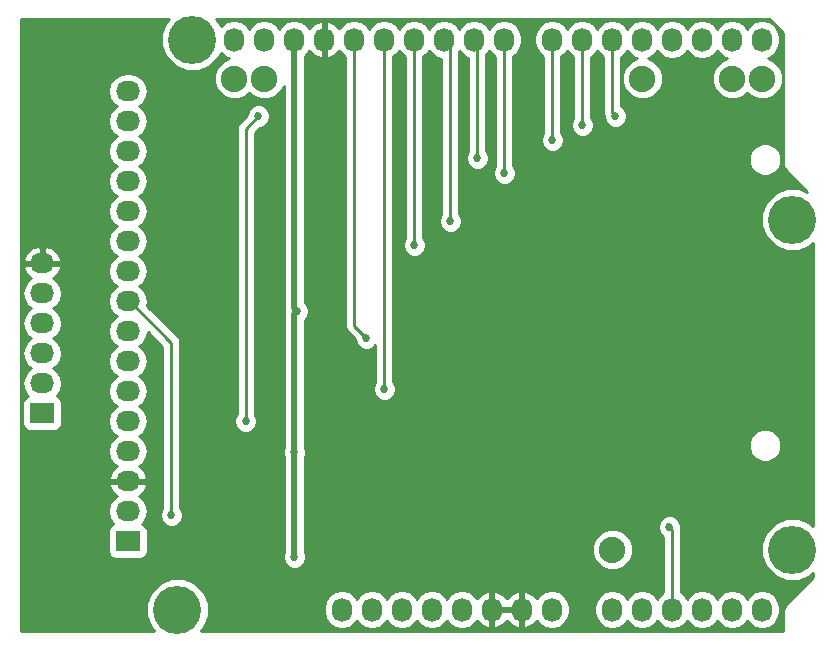
<source format=gbl>
G04 #@! TF.FileFunction,Copper,L2,Bot,Signal*
%FSLAX46Y46*%
G04 Gerber Fmt 4.6, Leading zero omitted, Abs format (unit mm)*
G04 Created by KiCad (PCBNEW 4.0.1-3.201512221402+6198~38~ubuntu14.04.1-stable) date Tue 03 May 2016 12:22:43 PM PDT*
%MOMM*%
G01*
G04 APERTURE LIST*
%ADD10C,0.100000*%
%ADD11O,1.727200X2.032000*%
%ADD12C,1.727200*%
%ADD13C,4.064000*%
%ADD14R,2.032000X1.727200*%
%ADD15O,2.032000X1.727200*%
%ADD16C,2.235200*%
%ADD17C,0.685800*%
%ADD18C,0.508000*%
%ADD19C,0.254000*%
G04 APERTURE END LIST*
D10*
D11*
X138887200Y-123825000D03*
X141427200Y-123825000D03*
X143967200Y-123825000D03*
X146507200Y-123825000D03*
X149047200Y-123825000D03*
X151587200Y-123825000D03*
X154127200Y-123825000D03*
X156667200Y-123825000D03*
X161772600Y-123825000D03*
X164312600Y-123825000D03*
X166852600Y-123825000D03*
X174472600Y-123825000D03*
X171932600Y-123825000D03*
X169392600Y-123825000D03*
X171932600Y-75565000D03*
X174472600Y-75565000D03*
X161772600Y-75565000D03*
X164312600Y-75565000D03*
X159232600Y-75565000D03*
X156692600Y-75565000D03*
X166852600Y-75565000D03*
X169392600Y-75565000D03*
X139928600Y-75565000D03*
X142468600Y-75565000D03*
X145008600Y-75565000D03*
X152628600Y-75565000D03*
X150088600Y-75565000D03*
X147548600Y-75565000D03*
X134848600Y-75565000D03*
X137388600Y-75565000D03*
X129768600Y-75565000D03*
X132308600Y-75565000D03*
D12*
X126187200Y-75615800D03*
D13*
X124968000Y-123825000D03*
X177038000Y-118745000D03*
X126238000Y-75565000D03*
X177038000Y-90805000D03*
D14*
X120777000Y-118033800D03*
D15*
X120777000Y-115493800D03*
X120777000Y-112953800D03*
X120777000Y-110413800D03*
X120777000Y-107873800D03*
X120777000Y-105333800D03*
X120777000Y-102793800D03*
X120777000Y-100253800D03*
X120777000Y-97713800D03*
X120777000Y-95173800D03*
X120777000Y-92633800D03*
X120777000Y-90093800D03*
X120777000Y-87553800D03*
X120777000Y-85013800D03*
X120777000Y-82473800D03*
X120777000Y-79933800D03*
D14*
X113512600Y-107213400D03*
D15*
X113512600Y-104673400D03*
X113512600Y-102133400D03*
X113512600Y-99593400D03*
X113512600Y-97053400D03*
X113512600Y-94513400D03*
D16*
X174498000Y-78867000D03*
X161798000Y-118745000D03*
X171958000Y-78867000D03*
X132334000Y-78867000D03*
X164338000Y-78867000D03*
X129794000Y-78867000D03*
D17*
X134874000Y-119380000D03*
X134874000Y-110490000D03*
X135128000Y-98552000D03*
X148082000Y-90932000D03*
X145034000Y-92964000D03*
X140970000Y-100838000D03*
X142494000Y-105156000D03*
X162052000Y-82042000D03*
X131826000Y-82042000D03*
X130733800Y-107873800D03*
X166624000Y-116840000D03*
X152654000Y-86868000D03*
X124460000Y-115824000D03*
X150368000Y-85598000D03*
X156718000Y-84074000D03*
X159258000Y-82804000D03*
D18*
X134874000Y-110974933D02*
X134874000Y-119380000D01*
X134874000Y-110490000D02*
X134874000Y-110974933D01*
X134874000Y-110490000D02*
X134874000Y-98806000D01*
X134874000Y-98806000D02*
X135128000Y-98552000D01*
X134848600Y-75565000D02*
X134848600Y-98272600D01*
X134848600Y-98272600D02*
X135128000Y-98552000D01*
D19*
X148082000Y-90932000D02*
X148082000Y-76098400D01*
X148082000Y-76098400D02*
X147548600Y-75565000D01*
X145034000Y-76860400D02*
X145034000Y-92964000D01*
X145008600Y-75565000D02*
X145008600Y-76835000D01*
X145008600Y-76835000D02*
X145034000Y-76860400D01*
X140970000Y-100838000D02*
X139928600Y-99796600D01*
X139928600Y-99796600D02*
X139928600Y-75565000D01*
X142494000Y-105156000D02*
X142494000Y-75590400D01*
X142494000Y-75590400D02*
X142468600Y-75565000D01*
X161772600Y-75565000D02*
X161772600Y-81762600D01*
X161772600Y-81762600D02*
X162052000Y-82042000D01*
X130733800Y-83134200D02*
X131826000Y-82042000D01*
X130733800Y-107873800D02*
X130733800Y-83134200D01*
X166852600Y-123825000D02*
X166852600Y-117068600D01*
X166852600Y-117068600D02*
X166624000Y-116840000D01*
X152654000Y-86868000D02*
X152654000Y-75590400D01*
X152654000Y-75590400D02*
X152628600Y-75565000D01*
X124460000Y-115824000D02*
X124460000Y-101244400D01*
X124460000Y-101244400D02*
X120929400Y-97713800D01*
X120929400Y-97713800D02*
X120777000Y-97713800D01*
X150368000Y-85598000D02*
X150368000Y-75844400D01*
X150368000Y-75844400D02*
X150088600Y-75565000D01*
X156718000Y-84074000D02*
X156718000Y-75590400D01*
X156718000Y-75590400D02*
X156692600Y-75565000D01*
X159232600Y-75565000D02*
X159232600Y-82778600D01*
X159232600Y-82778600D02*
X159258000Y-82804000D01*
G36*
X123978345Y-74052293D02*
X123571464Y-75032173D01*
X123570538Y-76093172D01*
X123975709Y-77073761D01*
X124725293Y-77824655D01*
X125705173Y-78231536D01*
X126766172Y-78232462D01*
X127746761Y-77827291D01*
X128497655Y-77077707D01*
X128647336Y-76717234D01*
X128708930Y-76809415D01*
X129195111Y-77134271D01*
X129332130Y-77161526D01*
X128802529Y-77380352D01*
X128309085Y-77872936D01*
X128041705Y-78516857D01*
X128041097Y-79214084D01*
X128307352Y-79858471D01*
X128799936Y-80351915D01*
X129443857Y-80619295D01*
X130141084Y-80619903D01*
X130785471Y-80353648D01*
X131064054Y-80075551D01*
X131339936Y-80351915D01*
X131983857Y-80619295D01*
X132681084Y-80619903D01*
X133325471Y-80353648D01*
X133818915Y-79861064D01*
X133959600Y-79522258D01*
X133959600Y-98272600D01*
X134025350Y-98603147D01*
X133985000Y-98806000D01*
X133985000Y-110080945D01*
X133896270Y-110294630D01*
X133895931Y-110683663D01*
X133985000Y-110899227D01*
X133985000Y-118970945D01*
X133896270Y-119184630D01*
X133895931Y-119573663D01*
X134044493Y-119933212D01*
X134319341Y-120208540D01*
X134678630Y-120357730D01*
X135067663Y-120358069D01*
X135427212Y-120209507D01*
X135702540Y-119934659D01*
X135851730Y-119575370D01*
X135852069Y-119186337D01*
X135813125Y-119092084D01*
X160045097Y-119092084D01*
X160311352Y-119736471D01*
X160803936Y-120229915D01*
X161447857Y-120497295D01*
X162145084Y-120497903D01*
X162789471Y-120231648D01*
X163282915Y-119739064D01*
X163550295Y-119095143D01*
X163550903Y-118397916D01*
X163284648Y-117753529D01*
X162792064Y-117260085D01*
X162148143Y-116992705D01*
X161450916Y-116992097D01*
X160806529Y-117258352D01*
X160313085Y-117750936D01*
X160045705Y-118394857D01*
X160045097Y-119092084D01*
X135813125Y-119092084D01*
X135763000Y-118970773D01*
X135763000Y-110899055D01*
X135851730Y-110685370D01*
X135852069Y-110296337D01*
X135807671Y-110188885D01*
X173333560Y-110188885D01*
X173543969Y-110698115D01*
X173933236Y-111088061D01*
X174442098Y-111299359D01*
X174993085Y-111299840D01*
X175502315Y-111089431D01*
X175892261Y-110700164D01*
X176103559Y-110191302D01*
X176104040Y-109640315D01*
X175893631Y-109131085D01*
X175504364Y-108741139D01*
X174995502Y-108529841D01*
X174444515Y-108529360D01*
X173935285Y-108739769D01*
X173545339Y-109129036D01*
X173334041Y-109637898D01*
X173333560Y-110188885D01*
X135807671Y-110188885D01*
X135763000Y-110080773D01*
X135763000Y-99299862D01*
X135956540Y-99106659D01*
X136105730Y-98747370D01*
X136106069Y-98358337D01*
X135957507Y-97998788D01*
X135737600Y-97778497D01*
X135737600Y-76923453D01*
X135908270Y-76809415D01*
X136115061Y-76499931D01*
X136486564Y-76915732D01*
X137013809Y-77169709D01*
X137029574Y-77172358D01*
X137261600Y-77051217D01*
X137261600Y-75692000D01*
X137241600Y-75692000D01*
X137241600Y-75438000D01*
X137261600Y-75438000D01*
X137261600Y-74078783D01*
X137515600Y-74078783D01*
X137515600Y-75438000D01*
X137535600Y-75438000D01*
X137535600Y-75692000D01*
X137515600Y-75692000D01*
X137515600Y-77051217D01*
X137747626Y-77172358D01*
X137763391Y-77169709D01*
X138290636Y-76915732D01*
X138662139Y-76499931D01*
X138868930Y-76809415D01*
X139166600Y-77008312D01*
X139166600Y-99796600D01*
X139224604Y-100088205D01*
X139354990Y-100283341D01*
X139389785Y-100335415D01*
X139992013Y-100937643D01*
X139991931Y-101031663D01*
X140140493Y-101391212D01*
X140415341Y-101666540D01*
X140774630Y-101815730D01*
X141163663Y-101816069D01*
X141523212Y-101667507D01*
X141732000Y-101459083D01*
X141732000Y-104534917D01*
X141665460Y-104601341D01*
X141516270Y-104960630D01*
X141515931Y-105349663D01*
X141664493Y-105709212D01*
X141939341Y-105984540D01*
X142298630Y-106133730D01*
X142687663Y-106134069D01*
X143047212Y-105985507D01*
X143322540Y-105710659D01*
X143471730Y-105351370D01*
X143472069Y-104962337D01*
X143323507Y-104602788D01*
X143256000Y-104535163D01*
X143256000Y-76991340D01*
X143528270Y-76809415D01*
X143738600Y-76494634D01*
X143948930Y-76809415D01*
X144272000Y-77025284D01*
X144272000Y-92342917D01*
X144205460Y-92409341D01*
X144056270Y-92768630D01*
X144055931Y-93157663D01*
X144204493Y-93517212D01*
X144479341Y-93792540D01*
X144838630Y-93941730D01*
X145227663Y-93942069D01*
X145587212Y-93793507D01*
X145862540Y-93518659D01*
X146011730Y-93159370D01*
X146012069Y-92770337D01*
X145863507Y-92410788D01*
X145796000Y-92343163D01*
X145796000Y-76991340D01*
X146068270Y-76809415D01*
X146278600Y-76494634D01*
X146488930Y-76809415D01*
X146975111Y-77134271D01*
X147320000Y-77202874D01*
X147320000Y-90310917D01*
X147253460Y-90377341D01*
X147104270Y-90736630D01*
X147103931Y-91125663D01*
X147252493Y-91485212D01*
X147527341Y-91760540D01*
X147886630Y-91909730D01*
X148275663Y-91910069D01*
X148635212Y-91761507D01*
X148910540Y-91486659D01*
X149059730Y-91127370D01*
X149060069Y-90738337D01*
X148911507Y-90378788D01*
X148844000Y-90311163D01*
X148844000Y-76532648D01*
X149028930Y-76809415D01*
X149515111Y-77134271D01*
X149606000Y-77152350D01*
X149606000Y-84976917D01*
X149539460Y-85043341D01*
X149390270Y-85402630D01*
X149389931Y-85791663D01*
X149538493Y-86151212D01*
X149813341Y-86426540D01*
X150172630Y-86575730D01*
X150561663Y-86576069D01*
X150921212Y-86427507D01*
X151196540Y-86152659D01*
X151345730Y-85793370D01*
X151346069Y-85404337D01*
X151197507Y-85044788D01*
X151130000Y-84977163D01*
X151130000Y-76821623D01*
X151148270Y-76809415D01*
X151358600Y-76494634D01*
X151568930Y-76809415D01*
X151892000Y-77025284D01*
X151892000Y-86246917D01*
X151825460Y-86313341D01*
X151676270Y-86672630D01*
X151675931Y-87061663D01*
X151824493Y-87421212D01*
X152099341Y-87696540D01*
X152458630Y-87845730D01*
X152847663Y-87846069D01*
X153207212Y-87697507D01*
X153482540Y-87422659D01*
X153631730Y-87063370D01*
X153632069Y-86674337D01*
X153483507Y-86314788D01*
X153416000Y-86247163D01*
X153416000Y-85988885D01*
X173333560Y-85988885D01*
X173543969Y-86498115D01*
X173933236Y-86888061D01*
X174442098Y-87099359D01*
X174993085Y-87099840D01*
X175502315Y-86889431D01*
X175892261Y-86500164D01*
X176103559Y-85991302D01*
X176104040Y-85440315D01*
X175893631Y-84931085D01*
X175504364Y-84541139D01*
X174995502Y-84329841D01*
X174444515Y-84329360D01*
X173935285Y-84539769D01*
X173545339Y-84929036D01*
X173334041Y-85437898D01*
X173333560Y-85988885D01*
X153416000Y-85988885D01*
X153416000Y-76991340D01*
X153688270Y-76809415D01*
X154013126Y-76323234D01*
X154127200Y-75749745D01*
X154127200Y-75380255D01*
X155194000Y-75380255D01*
X155194000Y-75749745D01*
X155308074Y-76323234D01*
X155632930Y-76809415D01*
X155956000Y-77025284D01*
X155956000Y-83452917D01*
X155889460Y-83519341D01*
X155740270Y-83878630D01*
X155739931Y-84267663D01*
X155888493Y-84627212D01*
X156163341Y-84902540D01*
X156522630Y-85051730D01*
X156911663Y-85052069D01*
X157271212Y-84903507D01*
X157546540Y-84628659D01*
X157695730Y-84269370D01*
X157696069Y-83880337D01*
X157547507Y-83520788D01*
X157480000Y-83453163D01*
X157480000Y-76991340D01*
X157752270Y-76809415D01*
X157962600Y-76494634D01*
X158172930Y-76809415D01*
X158470600Y-77008312D01*
X158470600Y-82208273D01*
X158429460Y-82249341D01*
X158280270Y-82608630D01*
X158279931Y-82997663D01*
X158428493Y-83357212D01*
X158703341Y-83632540D01*
X159062630Y-83781730D01*
X159451663Y-83782069D01*
X159811212Y-83633507D01*
X160086540Y-83358659D01*
X160235730Y-82999370D01*
X160236069Y-82610337D01*
X160087507Y-82250788D01*
X159994600Y-82157719D01*
X159994600Y-77008312D01*
X160292270Y-76809415D01*
X160502600Y-76494634D01*
X160712930Y-76809415D01*
X161010600Y-77008312D01*
X161010600Y-81762600D01*
X161068604Y-82054205D01*
X161074082Y-82062403D01*
X161073931Y-82235663D01*
X161222493Y-82595212D01*
X161497341Y-82870540D01*
X161856630Y-83019730D01*
X162245663Y-83020069D01*
X162605212Y-82871507D01*
X162880540Y-82596659D01*
X163029730Y-82237370D01*
X163030069Y-81848337D01*
X162881507Y-81488788D01*
X162606659Y-81213460D01*
X162534600Y-81183538D01*
X162534600Y-77008312D01*
X162832270Y-76809415D01*
X163042600Y-76494634D01*
X163252930Y-76809415D01*
X163739111Y-77134271D01*
X163876130Y-77161526D01*
X163346529Y-77380352D01*
X162853085Y-77872936D01*
X162585705Y-78516857D01*
X162585097Y-79214084D01*
X162851352Y-79858471D01*
X163343936Y-80351915D01*
X163987857Y-80619295D01*
X164685084Y-80619903D01*
X165329471Y-80353648D01*
X165822915Y-79861064D01*
X166090295Y-79217143D01*
X166090903Y-78519916D01*
X165824648Y-77875529D01*
X165332064Y-77382085D01*
X164784113Y-77154555D01*
X164886089Y-77134271D01*
X165372270Y-76809415D01*
X165582600Y-76494634D01*
X165792930Y-76809415D01*
X166279111Y-77134271D01*
X166852600Y-77248345D01*
X167426089Y-77134271D01*
X167912270Y-76809415D01*
X168122600Y-76494634D01*
X168332930Y-76809415D01*
X168819111Y-77134271D01*
X169392600Y-77248345D01*
X169966089Y-77134271D01*
X170452270Y-76809415D01*
X170662600Y-76494634D01*
X170872930Y-76809415D01*
X171359111Y-77134271D01*
X171496130Y-77161526D01*
X170966529Y-77380352D01*
X170473085Y-77872936D01*
X170205705Y-78516857D01*
X170205097Y-79214084D01*
X170471352Y-79858471D01*
X170963936Y-80351915D01*
X171607857Y-80619295D01*
X172305084Y-80619903D01*
X172949471Y-80353648D01*
X173228054Y-80075551D01*
X173503936Y-80351915D01*
X174147857Y-80619295D01*
X174845084Y-80619903D01*
X175489471Y-80353648D01*
X175982915Y-79861064D01*
X176250295Y-79217143D01*
X176250903Y-78519916D01*
X175984648Y-77875529D01*
X175492064Y-77382085D01*
X174944113Y-77154555D01*
X175046089Y-77134271D01*
X175532270Y-76809415D01*
X175857126Y-76323234D01*
X175971200Y-75749745D01*
X175971200Y-75380255D01*
X175857126Y-74806766D01*
X175532270Y-74320585D01*
X175046089Y-73995729D01*
X174472600Y-73881655D01*
X173899111Y-73995729D01*
X173412930Y-74320585D01*
X173202600Y-74635366D01*
X172992270Y-74320585D01*
X172506089Y-73995729D01*
X171932600Y-73881655D01*
X171359111Y-73995729D01*
X170872930Y-74320585D01*
X170662600Y-74635366D01*
X170452270Y-74320585D01*
X169966089Y-73995729D01*
X169392600Y-73881655D01*
X168819111Y-73995729D01*
X168332930Y-74320585D01*
X168122600Y-74635366D01*
X167912270Y-74320585D01*
X167426089Y-73995729D01*
X166852600Y-73881655D01*
X166279111Y-73995729D01*
X165792930Y-74320585D01*
X165582600Y-74635366D01*
X165372270Y-74320585D01*
X164886089Y-73995729D01*
X164312600Y-73881655D01*
X163739111Y-73995729D01*
X163252930Y-74320585D01*
X163042600Y-74635366D01*
X162832270Y-74320585D01*
X162346089Y-73995729D01*
X161772600Y-73881655D01*
X161199111Y-73995729D01*
X160712930Y-74320585D01*
X160502600Y-74635366D01*
X160292270Y-74320585D01*
X159806089Y-73995729D01*
X159232600Y-73881655D01*
X158659111Y-73995729D01*
X158172930Y-74320585D01*
X157962600Y-74635366D01*
X157752270Y-74320585D01*
X157266089Y-73995729D01*
X156692600Y-73881655D01*
X156119111Y-73995729D01*
X155632930Y-74320585D01*
X155308074Y-74806766D01*
X155194000Y-75380255D01*
X154127200Y-75380255D01*
X154013126Y-74806766D01*
X153688270Y-74320585D01*
X153202089Y-73995729D01*
X152628600Y-73881655D01*
X152055111Y-73995729D01*
X151568930Y-74320585D01*
X151358600Y-74635366D01*
X151148270Y-74320585D01*
X150662089Y-73995729D01*
X150088600Y-73881655D01*
X149515111Y-73995729D01*
X149028930Y-74320585D01*
X148818600Y-74635366D01*
X148608270Y-74320585D01*
X148122089Y-73995729D01*
X147548600Y-73881655D01*
X146975111Y-73995729D01*
X146488930Y-74320585D01*
X146278600Y-74635366D01*
X146068270Y-74320585D01*
X145582089Y-73995729D01*
X145008600Y-73881655D01*
X144435111Y-73995729D01*
X143948930Y-74320585D01*
X143738600Y-74635366D01*
X143528270Y-74320585D01*
X143042089Y-73995729D01*
X142468600Y-73881655D01*
X141895111Y-73995729D01*
X141408930Y-74320585D01*
X141198600Y-74635366D01*
X140988270Y-74320585D01*
X140502089Y-73995729D01*
X139928600Y-73881655D01*
X139355111Y-73995729D01*
X138868930Y-74320585D01*
X138662139Y-74630069D01*
X138290636Y-74214268D01*
X137763391Y-73960291D01*
X137747626Y-73957642D01*
X137515600Y-74078783D01*
X137261600Y-74078783D01*
X137029574Y-73957642D01*
X137013809Y-73960291D01*
X136486564Y-74214268D01*
X136115061Y-74630069D01*
X135908270Y-74320585D01*
X135422089Y-73995729D01*
X134848600Y-73881655D01*
X134275111Y-73995729D01*
X133788930Y-74320585D01*
X133578600Y-74635366D01*
X133368270Y-74320585D01*
X132882089Y-73995729D01*
X132308600Y-73881655D01*
X131735111Y-73995729D01*
X131248930Y-74320585D01*
X131038600Y-74635366D01*
X130828270Y-74320585D01*
X130342089Y-73995729D01*
X129768600Y-73881655D01*
X129195111Y-73995729D01*
X128708930Y-74320585D01*
X128647502Y-74412518D01*
X128500291Y-74056239D01*
X128231521Y-73787000D01*
X175080394Y-73787000D01*
X176276000Y-74982606D01*
X176276000Y-86360000D01*
X176286006Y-86409410D01*
X176313197Y-86449803D01*
X178307929Y-88444535D01*
X177570827Y-88138464D01*
X176509828Y-88137538D01*
X175529239Y-88542709D01*
X174778345Y-89292293D01*
X174371464Y-90272173D01*
X174370538Y-91333172D01*
X174775709Y-92313761D01*
X175525293Y-93064655D01*
X176505173Y-93471536D01*
X177566172Y-93472462D01*
X178546761Y-93067291D01*
X178816000Y-92798521D01*
X178816000Y-116751102D01*
X178550707Y-116485345D01*
X177570827Y-116078464D01*
X176509828Y-116077538D01*
X175529239Y-116482709D01*
X174778345Y-117232293D01*
X174371464Y-118212173D01*
X174370538Y-119273172D01*
X174775709Y-120253761D01*
X175525293Y-121004655D01*
X176505173Y-121411536D01*
X177566172Y-121412462D01*
X178546761Y-121007291D01*
X178816000Y-120738521D01*
X178816000Y-121042909D01*
X176535954Y-123322954D01*
X176382046Y-123553295D01*
X176353974Y-123694420D01*
X176313197Y-123735197D01*
X176285334Y-123777211D01*
X176276000Y-123825000D01*
X176276000Y-125603000D01*
X126961898Y-125603000D01*
X127227655Y-125337707D01*
X127634536Y-124357827D01*
X127635162Y-123640255D01*
X137388600Y-123640255D01*
X137388600Y-124009745D01*
X137502674Y-124583234D01*
X137827530Y-125069415D01*
X138313711Y-125394271D01*
X138887200Y-125508345D01*
X139460689Y-125394271D01*
X139946870Y-125069415D01*
X140157200Y-124754634D01*
X140367530Y-125069415D01*
X140853711Y-125394271D01*
X141427200Y-125508345D01*
X142000689Y-125394271D01*
X142486870Y-125069415D01*
X142697200Y-124754634D01*
X142907530Y-125069415D01*
X143393711Y-125394271D01*
X143967200Y-125508345D01*
X144540689Y-125394271D01*
X145026870Y-125069415D01*
X145237200Y-124754634D01*
X145447530Y-125069415D01*
X145933711Y-125394271D01*
X146507200Y-125508345D01*
X147080689Y-125394271D01*
X147566870Y-125069415D01*
X147777200Y-124754634D01*
X147987530Y-125069415D01*
X148473711Y-125394271D01*
X149047200Y-125508345D01*
X149620689Y-125394271D01*
X150106870Y-125069415D01*
X150313661Y-124759931D01*
X150685164Y-125175732D01*
X151212409Y-125429709D01*
X151228174Y-125432358D01*
X151460200Y-125311217D01*
X151460200Y-123952000D01*
X151714200Y-123952000D01*
X151714200Y-125311217D01*
X151946226Y-125432358D01*
X151961991Y-125429709D01*
X152489236Y-125175732D01*
X152857200Y-124763892D01*
X153225164Y-125175732D01*
X153752409Y-125429709D01*
X153768174Y-125432358D01*
X154000200Y-125311217D01*
X154000200Y-123952000D01*
X151714200Y-123952000D01*
X151460200Y-123952000D01*
X151440200Y-123952000D01*
X151440200Y-123698000D01*
X151460200Y-123698000D01*
X151460200Y-122338783D01*
X151714200Y-122338783D01*
X151714200Y-123698000D01*
X154000200Y-123698000D01*
X154000200Y-122338783D01*
X154254200Y-122338783D01*
X154254200Y-123698000D01*
X154274200Y-123698000D01*
X154274200Y-123952000D01*
X154254200Y-123952000D01*
X154254200Y-125311217D01*
X154486226Y-125432358D01*
X154501991Y-125429709D01*
X155029236Y-125175732D01*
X155400739Y-124759931D01*
X155607530Y-125069415D01*
X156093711Y-125394271D01*
X156667200Y-125508345D01*
X157240689Y-125394271D01*
X157726870Y-125069415D01*
X158051726Y-124583234D01*
X158165800Y-124009745D01*
X158165800Y-123640255D01*
X160274000Y-123640255D01*
X160274000Y-124009745D01*
X160388074Y-124583234D01*
X160712930Y-125069415D01*
X161199111Y-125394271D01*
X161772600Y-125508345D01*
X162346089Y-125394271D01*
X162832270Y-125069415D01*
X163042600Y-124754634D01*
X163252930Y-125069415D01*
X163739111Y-125394271D01*
X164312600Y-125508345D01*
X164886089Y-125394271D01*
X165372270Y-125069415D01*
X165582600Y-124754634D01*
X165792930Y-125069415D01*
X166279111Y-125394271D01*
X166852600Y-125508345D01*
X167426089Y-125394271D01*
X167912270Y-125069415D01*
X168122600Y-124754634D01*
X168332930Y-125069415D01*
X168819111Y-125394271D01*
X169392600Y-125508345D01*
X169966089Y-125394271D01*
X170452270Y-125069415D01*
X170662600Y-124754634D01*
X170872930Y-125069415D01*
X171359111Y-125394271D01*
X171932600Y-125508345D01*
X172506089Y-125394271D01*
X172992270Y-125069415D01*
X173202600Y-124754634D01*
X173412930Y-125069415D01*
X173899111Y-125394271D01*
X174472600Y-125508345D01*
X175046089Y-125394271D01*
X175532270Y-125069415D01*
X175857126Y-124583234D01*
X175971200Y-124009745D01*
X175971200Y-123640255D01*
X175857126Y-123066766D01*
X175532270Y-122580585D01*
X175046089Y-122255729D01*
X174472600Y-122141655D01*
X173899111Y-122255729D01*
X173412930Y-122580585D01*
X173202600Y-122895366D01*
X172992270Y-122580585D01*
X172506089Y-122255729D01*
X171932600Y-122141655D01*
X171359111Y-122255729D01*
X170872930Y-122580585D01*
X170662600Y-122895366D01*
X170452270Y-122580585D01*
X169966089Y-122255729D01*
X169392600Y-122141655D01*
X168819111Y-122255729D01*
X168332930Y-122580585D01*
X168122600Y-122895366D01*
X167912270Y-122580585D01*
X167614600Y-122381688D01*
X167614600Y-117068600D01*
X167601757Y-117004036D01*
X167602069Y-116646337D01*
X167453507Y-116286788D01*
X167178659Y-116011460D01*
X166819370Y-115862270D01*
X166430337Y-115861931D01*
X166070788Y-116010493D01*
X165795460Y-116285341D01*
X165646270Y-116644630D01*
X165645931Y-117033663D01*
X165794493Y-117393212D01*
X166069341Y-117668540D01*
X166090600Y-117677368D01*
X166090600Y-122381688D01*
X165792930Y-122580585D01*
X165582600Y-122895366D01*
X165372270Y-122580585D01*
X164886089Y-122255729D01*
X164312600Y-122141655D01*
X163739111Y-122255729D01*
X163252930Y-122580585D01*
X163042600Y-122895366D01*
X162832270Y-122580585D01*
X162346089Y-122255729D01*
X161772600Y-122141655D01*
X161199111Y-122255729D01*
X160712930Y-122580585D01*
X160388074Y-123066766D01*
X160274000Y-123640255D01*
X158165800Y-123640255D01*
X158051726Y-123066766D01*
X157726870Y-122580585D01*
X157240689Y-122255729D01*
X156667200Y-122141655D01*
X156093711Y-122255729D01*
X155607530Y-122580585D01*
X155400739Y-122890069D01*
X155029236Y-122474268D01*
X154501991Y-122220291D01*
X154486226Y-122217642D01*
X154254200Y-122338783D01*
X154000200Y-122338783D01*
X153768174Y-122217642D01*
X153752409Y-122220291D01*
X153225164Y-122474268D01*
X152857200Y-122886108D01*
X152489236Y-122474268D01*
X151961991Y-122220291D01*
X151946226Y-122217642D01*
X151714200Y-122338783D01*
X151460200Y-122338783D01*
X151228174Y-122217642D01*
X151212409Y-122220291D01*
X150685164Y-122474268D01*
X150313661Y-122890069D01*
X150106870Y-122580585D01*
X149620689Y-122255729D01*
X149047200Y-122141655D01*
X148473711Y-122255729D01*
X147987530Y-122580585D01*
X147777200Y-122895366D01*
X147566870Y-122580585D01*
X147080689Y-122255729D01*
X146507200Y-122141655D01*
X145933711Y-122255729D01*
X145447530Y-122580585D01*
X145237200Y-122895366D01*
X145026870Y-122580585D01*
X144540689Y-122255729D01*
X143967200Y-122141655D01*
X143393711Y-122255729D01*
X142907530Y-122580585D01*
X142697200Y-122895366D01*
X142486870Y-122580585D01*
X142000689Y-122255729D01*
X141427200Y-122141655D01*
X140853711Y-122255729D01*
X140367530Y-122580585D01*
X140157200Y-122895366D01*
X139946870Y-122580585D01*
X139460689Y-122255729D01*
X138887200Y-122141655D01*
X138313711Y-122255729D01*
X137827530Y-122580585D01*
X137502674Y-123066766D01*
X137388600Y-123640255D01*
X127635162Y-123640255D01*
X127635462Y-123296828D01*
X127230291Y-122316239D01*
X126480707Y-121565345D01*
X125500827Y-121158464D01*
X124439828Y-121157538D01*
X123459239Y-121562709D01*
X122708345Y-122312293D01*
X122301464Y-123292173D01*
X122300538Y-124353172D01*
X122705709Y-125333761D01*
X122974479Y-125603000D01*
X111760000Y-125603000D01*
X111760000Y-115493800D01*
X119093655Y-115493800D01*
X119207729Y-116067289D01*
X119532585Y-116553470D01*
X119546913Y-116563043D01*
X119525683Y-116567038D01*
X119309559Y-116706110D01*
X119164569Y-116918310D01*
X119113560Y-117170200D01*
X119113560Y-118897400D01*
X119157838Y-119132717D01*
X119296910Y-119348841D01*
X119509110Y-119493831D01*
X119761000Y-119544840D01*
X121793000Y-119544840D01*
X122028317Y-119500562D01*
X122244441Y-119361490D01*
X122389431Y-119149290D01*
X122440440Y-118897400D01*
X122440440Y-117170200D01*
X122396162Y-116934883D01*
X122257090Y-116718759D01*
X122044890Y-116573769D01*
X122003561Y-116565400D01*
X122021415Y-116553470D01*
X122346271Y-116067289D01*
X122460345Y-115493800D01*
X122346271Y-114920311D01*
X122021415Y-114434130D01*
X121711931Y-114227339D01*
X122127732Y-113855836D01*
X122381709Y-113328591D01*
X122384358Y-113312826D01*
X122263217Y-113080800D01*
X120904000Y-113080800D01*
X120904000Y-113100800D01*
X120650000Y-113100800D01*
X120650000Y-113080800D01*
X119290783Y-113080800D01*
X119169642Y-113312826D01*
X119172291Y-113328591D01*
X119426268Y-113855836D01*
X119842069Y-114227339D01*
X119532585Y-114434130D01*
X119207729Y-114920311D01*
X119093655Y-115493800D01*
X111760000Y-115493800D01*
X111760000Y-97053400D01*
X111829255Y-97053400D01*
X111943329Y-97626889D01*
X112268185Y-98113070D01*
X112582966Y-98323400D01*
X112268185Y-98533730D01*
X111943329Y-99019911D01*
X111829255Y-99593400D01*
X111943329Y-100166889D01*
X112268185Y-100653070D01*
X112582966Y-100863400D01*
X112268185Y-101073730D01*
X111943329Y-101559911D01*
X111829255Y-102133400D01*
X111943329Y-102706889D01*
X112268185Y-103193070D01*
X112582966Y-103403400D01*
X112268185Y-103613730D01*
X111943329Y-104099911D01*
X111829255Y-104673400D01*
X111943329Y-105246889D01*
X112268185Y-105733070D01*
X112282513Y-105742643D01*
X112261283Y-105746638D01*
X112045159Y-105885710D01*
X111900169Y-106097910D01*
X111849160Y-106349800D01*
X111849160Y-108077000D01*
X111893438Y-108312317D01*
X112032510Y-108528441D01*
X112244710Y-108673431D01*
X112496600Y-108724440D01*
X114528600Y-108724440D01*
X114763917Y-108680162D01*
X114980041Y-108541090D01*
X115125031Y-108328890D01*
X115176040Y-108077000D01*
X115176040Y-106349800D01*
X115131762Y-106114483D01*
X114992690Y-105898359D01*
X114780490Y-105753369D01*
X114739161Y-105745000D01*
X114757015Y-105733070D01*
X115081871Y-105246889D01*
X115195945Y-104673400D01*
X115081871Y-104099911D01*
X114757015Y-103613730D01*
X114442234Y-103403400D01*
X114757015Y-103193070D01*
X115081871Y-102706889D01*
X115195945Y-102133400D01*
X115081871Y-101559911D01*
X114757015Y-101073730D01*
X114442234Y-100863400D01*
X114757015Y-100653070D01*
X115081871Y-100166889D01*
X115195945Y-99593400D01*
X115081871Y-99019911D01*
X114757015Y-98533730D01*
X114442234Y-98323400D01*
X114757015Y-98113070D01*
X115081871Y-97626889D01*
X115195945Y-97053400D01*
X115081871Y-96479911D01*
X114757015Y-95993730D01*
X114447531Y-95786939D01*
X114863332Y-95415436D01*
X115117309Y-94888191D01*
X115119958Y-94872426D01*
X114998817Y-94640400D01*
X113639600Y-94640400D01*
X113639600Y-94660400D01*
X113385600Y-94660400D01*
X113385600Y-94640400D01*
X112026383Y-94640400D01*
X111905242Y-94872426D01*
X111907891Y-94888191D01*
X112161868Y-95415436D01*
X112577669Y-95786939D01*
X112268185Y-95993730D01*
X111943329Y-96479911D01*
X111829255Y-97053400D01*
X111760000Y-97053400D01*
X111760000Y-94154374D01*
X111905242Y-94154374D01*
X112026383Y-94386400D01*
X113385600Y-94386400D01*
X113385600Y-93172476D01*
X113639600Y-93172476D01*
X113639600Y-94386400D01*
X114998817Y-94386400D01*
X115119958Y-94154374D01*
X115117309Y-94138609D01*
X114863332Y-93611364D01*
X114426920Y-93221446D01*
X113874513Y-93028216D01*
X113639600Y-93172476D01*
X113385600Y-93172476D01*
X113150687Y-93028216D01*
X112598280Y-93221446D01*
X112161868Y-93611364D01*
X111907891Y-94138609D01*
X111905242Y-94154374D01*
X111760000Y-94154374D01*
X111760000Y-79933800D01*
X119093655Y-79933800D01*
X119207729Y-80507289D01*
X119532585Y-80993470D01*
X119847366Y-81203800D01*
X119532585Y-81414130D01*
X119207729Y-81900311D01*
X119093655Y-82473800D01*
X119207729Y-83047289D01*
X119532585Y-83533470D01*
X119847366Y-83743800D01*
X119532585Y-83954130D01*
X119207729Y-84440311D01*
X119093655Y-85013800D01*
X119207729Y-85587289D01*
X119532585Y-86073470D01*
X119847366Y-86283800D01*
X119532585Y-86494130D01*
X119207729Y-86980311D01*
X119093655Y-87553800D01*
X119207729Y-88127289D01*
X119532585Y-88613470D01*
X119847366Y-88823800D01*
X119532585Y-89034130D01*
X119207729Y-89520311D01*
X119093655Y-90093800D01*
X119207729Y-90667289D01*
X119532585Y-91153470D01*
X119847366Y-91363800D01*
X119532585Y-91574130D01*
X119207729Y-92060311D01*
X119093655Y-92633800D01*
X119207729Y-93207289D01*
X119532585Y-93693470D01*
X119847366Y-93903800D01*
X119532585Y-94114130D01*
X119207729Y-94600311D01*
X119093655Y-95173800D01*
X119207729Y-95747289D01*
X119532585Y-96233470D01*
X119847366Y-96443800D01*
X119532585Y-96654130D01*
X119207729Y-97140311D01*
X119093655Y-97713800D01*
X119207729Y-98287289D01*
X119532585Y-98773470D01*
X119847366Y-98983800D01*
X119532585Y-99194130D01*
X119207729Y-99680311D01*
X119093655Y-100253800D01*
X119207729Y-100827289D01*
X119532585Y-101313470D01*
X119847366Y-101523800D01*
X119532585Y-101734130D01*
X119207729Y-102220311D01*
X119093655Y-102793800D01*
X119207729Y-103367289D01*
X119532585Y-103853470D01*
X119847366Y-104063800D01*
X119532585Y-104274130D01*
X119207729Y-104760311D01*
X119093655Y-105333800D01*
X119207729Y-105907289D01*
X119532585Y-106393470D01*
X119847366Y-106603800D01*
X119532585Y-106814130D01*
X119207729Y-107300311D01*
X119093655Y-107873800D01*
X119207729Y-108447289D01*
X119532585Y-108933470D01*
X119847366Y-109143800D01*
X119532585Y-109354130D01*
X119207729Y-109840311D01*
X119093655Y-110413800D01*
X119207729Y-110987289D01*
X119532585Y-111473470D01*
X119842069Y-111680261D01*
X119426268Y-112051764D01*
X119172291Y-112579009D01*
X119169642Y-112594774D01*
X119290783Y-112826800D01*
X120650000Y-112826800D01*
X120650000Y-112806800D01*
X120904000Y-112806800D01*
X120904000Y-112826800D01*
X122263217Y-112826800D01*
X122384358Y-112594774D01*
X122381709Y-112579009D01*
X122127732Y-112051764D01*
X121711931Y-111680261D01*
X122021415Y-111473470D01*
X122346271Y-110987289D01*
X122460345Y-110413800D01*
X122346271Y-109840311D01*
X122021415Y-109354130D01*
X121706634Y-109143800D01*
X122021415Y-108933470D01*
X122346271Y-108447289D01*
X122460345Y-107873800D01*
X122346271Y-107300311D01*
X122021415Y-106814130D01*
X121706634Y-106603800D01*
X122021415Y-106393470D01*
X122346271Y-105907289D01*
X122460345Y-105333800D01*
X122346271Y-104760311D01*
X122021415Y-104274130D01*
X121706634Y-104063800D01*
X122021415Y-103853470D01*
X122346271Y-103367289D01*
X122460345Y-102793800D01*
X122346271Y-102220311D01*
X122021415Y-101734130D01*
X121706634Y-101523800D01*
X122021415Y-101313470D01*
X122346271Y-100827289D01*
X122448968Y-100310998D01*
X123698000Y-101560031D01*
X123698000Y-115202917D01*
X123631460Y-115269341D01*
X123482270Y-115628630D01*
X123481931Y-116017663D01*
X123630493Y-116377212D01*
X123905341Y-116652540D01*
X124264630Y-116801730D01*
X124653663Y-116802069D01*
X125013212Y-116653507D01*
X125288540Y-116378659D01*
X125437730Y-116019370D01*
X125438069Y-115630337D01*
X125289507Y-115270788D01*
X125222000Y-115203163D01*
X125222000Y-108067463D01*
X129755731Y-108067463D01*
X129904293Y-108427012D01*
X130179141Y-108702340D01*
X130538430Y-108851530D01*
X130927463Y-108851869D01*
X131287012Y-108703307D01*
X131562340Y-108428459D01*
X131711530Y-108069170D01*
X131711869Y-107680137D01*
X131563307Y-107320588D01*
X131495800Y-107252963D01*
X131495800Y-83449830D01*
X131925643Y-83019987D01*
X132019663Y-83020069D01*
X132379212Y-82871507D01*
X132654540Y-82596659D01*
X132803730Y-82237370D01*
X132804069Y-81848337D01*
X132655507Y-81488788D01*
X132380659Y-81213460D01*
X132021370Y-81064270D01*
X131632337Y-81063931D01*
X131272788Y-81212493D01*
X130997460Y-81487341D01*
X130848270Y-81846630D01*
X130848187Y-81942183D01*
X130194985Y-82595385D01*
X130029804Y-82842595D01*
X129971800Y-83134200D01*
X129971800Y-107252717D01*
X129905260Y-107319141D01*
X129756070Y-107678430D01*
X129755731Y-108067463D01*
X125222000Y-108067463D01*
X125222000Y-101244400D01*
X125163996Y-100952795D01*
X125087292Y-100838000D01*
X124998815Y-100705584D01*
X122385135Y-98091905D01*
X122460345Y-97713800D01*
X122346271Y-97140311D01*
X122021415Y-96654130D01*
X121706634Y-96443800D01*
X122021415Y-96233470D01*
X122346271Y-95747289D01*
X122460345Y-95173800D01*
X122346271Y-94600311D01*
X122021415Y-94114130D01*
X121706634Y-93903800D01*
X122021415Y-93693470D01*
X122346271Y-93207289D01*
X122460345Y-92633800D01*
X122346271Y-92060311D01*
X122021415Y-91574130D01*
X121706634Y-91363800D01*
X122021415Y-91153470D01*
X122346271Y-90667289D01*
X122460345Y-90093800D01*
X122346271Y-89520311D01*
X122021415Y-89034130D01*
X121706634Y-88823800D01*
X122021415Y-88613470D01*
X122346271Y-88127289D01*
X122460345Y-87553800D01*
X122346271Y-86980311D01*
X122021415Y-86494130D01*
X121706634Y-86283800D01*
X122021415Y-86073470D01*
X122346271Y-85587289D01*
X122460345Y-85013800D01*
X122346271Y-84440311D01*
X122021415Y-83954130D01*
X121706634Y-83743800D01*
X122021415Y-83533470D01*
X122346271Y-83047289D01*
X122460345Y-82473800D01*
X122346271Y-81900311D01*
X122021415Y-81414130D01*
X121706634Y-81203800D01*
X122021415Y-80993470D01*
X122346271Y-80507289D01*
X122460345Y-79933800D01*
X122346271Y-79360311D01*
X122021415Y-78874130D01*
X121535234Y-78549274D01*
X120961745Y-78435200D01*
X120592255Y-78435200D01*
X120018766Y-78549274D01*
X119532585Y-78874130D01*
X119207729Y-79360311D01*
X119093655Y-79933800D01*
X111760000Y-79933800D01*
X111760000Y-73787000D01*
X124244102Y-73787000D01*
X123978345Y-74052293D01*
X123978345Y-74052293D01*
G37*
X123978345Y-74052293D02*
X123571464Y-75032173D01*
X123570538Y-76093172D01*
X123975709Y-77073761D01*
X124725293Y-77824655D01*
X125705173Y-78231536D01*
X126766172Y-78232462D01*
X127746761Y-77827291D01*
X128497655Y-77077707D01*
X128647336Y-76717234D01*
X128708930Y-76809415D01*
X129195111Y-77134271D01*
X129332130Y-77161526D01*
X128802529Y-77380352D01*
X128309085Y-77872936D01*
X128041705Y-78516857D01*
X128041097Y-79214084D01*
X128307352Y-79858471D01*
X128799936Y-80351915D01*
X129443857Y-80619295D01*
X130141084Y-80619903D01*
X130785471Y-80353648D01*
X131064054Y-80075551D01*
X131339936Y-80351915D01*
X131983857Y-80619295D01*
X132681084Y-80619903D01*
X133325471Y-80353648D01*
X133818915Y-79861064D01*
X133959600Y-79522258D01*
X133959600Y-98272600D01*
X134025350Y-98603147D01*
X133985000Y-98806000D01*
X133985000Y-110080945D01*
X133896270Y-110294630D01*
X133895931Y-110683663D01*
X133985000Y-110899227D01*
X133985000Y-118970945D01*
X133896270Y-119184630D01*
X133895931Y-119573663D01*
X134044493Y-119933212D01*
X134319341Y-120208540D01*
X134678630Y-120357730D01*
X135067663Y-120358069D01*
X135427212Y-120209507D01*
X135702540Y-119934659D01*
X135851730Y-119575370D01*
X135852069Y-119186337D01*
X135813125Y-119092084D01*
X160045097Y-119092084D01*
X160311352Y-119736471D01*
X160803936Y-120229915D01*
X161447857Y-120497295D01*
X162145084Y-120497903D01*
X162789471Y-120231648D01*
X163282915Y-119739064D01*
X163550295Y-119095143D01*
X163550903Y-118397916D01*
X163284648Y-117753529D01*
X162792064Y-117260085D01*
X162148143Y-116992705D01*
X161450916Y-116992097D01*
X160806529Y-117258352D01*
X160313085Y-117750936D01*
X160045705Y-118394857D01*
X160045097Y-119092084D01*
X135813125Y-119092084D01*
X135763000Y-118970773D01*
X135763000Y-110899055D01*
X135851730Y-110685370D01*
X135852069Y-110296337D01*
X135807671Y-110188885D01*
X173333560Y-110188885D01*
X173543969Y-110698115D01*
X173933236Y-111088061D01*
X174442098Y-111299359D01*
X174993085Y-111299840D01*
X175502315Y-111089431D01*
X175892261Y-110700164D01*
X176103559Y-110191302D01*
X176104040Y-109640315D01*
X175893631Y-109131085D01*
X175504364Y-108741139D01*
X174995502Y-108529841D01*
X174444515Y-108529360D01*
X173935285Y-108739769D01*
X173545339Y-109129036D01*
X173334041Y-109637898D01*
X173333560Y-110188885D01*
X135807671Y-110188885D01*
X135763000Y-110080773D01*
X135763000Y-99299862D01*
X135956540Y-99106659D01*
X136105730Y-98747370D01*
X136106069Y-98358337D01*
X135957507Y-97998788D01*
X135737600Y-97778497D01*
X135737600Y-76923453D01*
X135908270Y-76809415D01*
X136115061Y-76499931D01*
X136486564Y-76915732D01*
X137013809Y-77169709D01*
X137029574Y-77172358D01*
X137261600Y-77051217D01*
X137261600Y-75692000D01*
X137241600Y-75692000D01*
X137241600Y-75438000D01*
X137261600Y-75438000D01*
X137261600Y-74078783D01*
X137515600Y-74078783D01*
X137515600Y-75438000D01*
X137535600Y-75438000D01*
X137535600Y-75692000D01*
X137515600Y-75692000D01*
X137515600Y-77051217D01*
X137747626Y-77172358D01*
X137763391Y-77169709D01*
X138290636Y-76915732D01*
X138662139Y-76499931D01*
X138868930Y-76809415D01*
X139166600Y-77008312D01*
X139166600Y-99796600D01*
X139224604Y-100088205D01*
X139354990Y-100283341D01*
X139389785Y-100335415D01*
X139992013Y-100937643D01*
X139991931Y-101031663D01*
X140140493Y-101391212D01*
X140415341Y-101666540D01*
X140774630Y-101815730D01*
X141163663Y-101816069D01*
X141523212Y-101667507D01*
X141732000Y-101459083D01*
X141732000Y-104534917D01*
X141665460Y-104601341D01*
X141516270Y-104960630D01*
X141515931Y-105349663D01*
X141664493Y-105709212D01*
X141939341Y-105984540D01*
X142298630Y-106133730D01*
X142687663Y-106134069D01*
X143047212Y-105985507D01*
X143322540Y-105710659D01*
X143471730Y-105351370D01*
X143472069Y-104962337D01*
X143323507Y-104602788D01*
X143256000Y-104535163D01*
X143256000Y-76991340D01*
X143528270Y-76809415D01*
X143738600Y-76494634D01*
X143948930Y-76809415D01*
X144272000Y-77025284D01*
X144272000Y-92342917D01*
X144205460Y-92409341D01*
X144056270Y-92768630D01*
X144055931Y-93157663D01*
X144204493Y-93517212D01*
X144479341Y-93792540D01*
X144838630Y-93941730D01*
X145227663Y-93942069D01*
X145587212Y-93793507D01*
X145862540Y-93518659D01*
X146011730Y-93159370D01*
X146012069Y-92770337D01*
X145863507Y-92410788D01*
X145796000Y-92343163D01*
X145796000Y-76991340D01*
X146068270Y-76809415D01*
X146278600Y-76494634D01*
X146488930Y-76809415D01*
X146975111Y-77134271D01*
X147320000Y-77202874D01*
X147320000Y-90310917D01*
X147253460Y-90377341D01*
X147104270Y-90736630D01*
X147103931Y-91125663D01*
X147252493Y-91485212D01*
X147527341Y-91760540D01*
X147886630Y-91909730D01*
X148275663Y-91910069D01*
X148635212Y-91761507D01*
X148910540Y-91486659D01*
X149059730Y-91127370D01*
X149060069Y-90738337D01*
X148911507Y-90378788D01*
X148844000Y-90311163D01*
X148844000Y-76532648D01*
X149028930Y-76809415D01*
X149515111Y-77134271D01*
X149606000Y-77152350D01*
X149606000Y-84976917D01*
X149539460Y-85043341D01*
X149390270Y-85402630D01*
X149389931Y-85791663D01*
X149538493Y-86151212D01*
X149813341Y-86426540D01*
X150172630Y-86575730D01*
X150561663Y-86576069D01*
X150921212Y-86427507D01*
X151196540Y-86152659D01*
X151345730Y-85793370D01*
X151346069Y-85404337D01*
X151197507Y-85044788D01*
X151130000Y-84977163D01*
X151130000Y-76821623D01*
X151148270Y-76809415D01*
X151358600Y-76494634D01*
X151568930Y-76809415D01*
X151892000Y-77025284D01*
X151892000Y-86246917D01*
X151825460Y-86313341D01*
X151676270Y-86672630D01*
X151675931Y-87061663D01*
X151824493Y-87421212D01*
X152099341Y-87696540D01*
X152458630Y-87845730D01*
X152847663Y-87846069D01*
X153207212Y-87697507D01*
X153482540Y-87422659D01*
X153631730Y-87063370D01*
X153632069Y-86674337D01*
X153483507Y-86314788D01*
X153416000Y-86247163D01*
X153416000Y-85988885D01*
X173333560Y-85988885D01*
X173543969Y-86498115D01*
X173933236Y-86888061D01*
X174442098Y-87099359D01*
X174993085Y-87099840D01*
X175502315Y-86889431D01*
X175892261Y-86500164D01*
X176103559Y-85991302D01*
X176104040Y-85440315D01*
X175893631Y-84931085D01*
X175504364Y-84541139D01*
X174995502Y-84329841D01*
X174444515Y-84329360D01*
X173935285Y-84539769D01*
X173545339Y-84929036D01*
X173334041Y-85437898D01*
X173333560Y-85988885D01*
X153416000Y-85988885D01*
X153416000Y-76991340D01*
X153688270Y-76809415D01*
X154013126Y-76323234D01*
X154127200Y-75749745D01*
X154127200Y-75380255D01*
X155194000Y-75380255D01*
X155194000Y-75749745D01*
X155308074Y-76323234D01*
X155632930Y-76809415D01*
X155956000Y-77025284D01*
X155956000Y-83452917D01*
X155889460Y-83519341D01*
X155740270Y-83878630D01*
X155739931Y-84267663D01*
X155888493Y-84627212D01*
X156163341Y-84902540D01*
X156522630Y-85051730D01*
X156911663Y-85052069D01*
X157271212Y-84903507D01*
X157546540Y-84628659D01*
X157695730Y-84269370D01*
X157696069Y-83880337D01*
X157547507Y-83520788D01*
X157480000Y-83453163D01*
X157480000Y-76991340D01*
X157752270Y-76809415D01*
X157962600Y-76494634D01*
X158172930Y-76809415D01*
X158470600Y-77008312D01*
X158470600Y-82208273D01*
X158429460Y-82249341D01*
X158280270Y-82608630D01*
X158279931Y-82997663D01*
X158428493Y-83357212D01*
X158703341Y-83632540D01*
X159062630Y-83781730D01*
X159451663Y-83782069D01*
X159811212Y-83633507D01*
X160086540Y-83358659D01*
X160235730Y-82999370D01*
X160236069Y-82610337D01*
X160087507Y-82250788D01*
X159994600Y-82157719D01*
X159994600Y-77008312D01*
X160292270Y-76809415D01*
X160502600Y-76494634D01*
X160712930Y-76809415D01*
X161010600Y-77008312D01*
X161010600Y-81762600D01*
X161068604Y-82054205D01*
X161074082Y-82062403D01*
X161073931Y-82235663D01*
X161222493Y-82595212D01*
X161497341Y-82870540D01*
X161856630Y-83019730D01*
X162245663Y-83020069D01*
X162605212Y-82871507D01*
X162880540Y-82596659D01*
X163029730Y-82237370D01*
X163030069Y-81848337D01*
X162881507Y-81488788D01*
X162606659Y-81213460D01*
X162534600Y-81183538D01*
X162534600Y-77008312D01*
X162832270Y-76809415D01*
X163042600Y-76494634D01*
X163252930Y-76809415D01*
X163739111Y-77134271D01*
X163876130Y-77161526D01*
X163346529Y-77380352D01*
X162853085Y-77872936D01*
X162585705Y-78516857D01*
X162585097Y-79214084D01*
X162851352Y-79858471D01*
X163343936Y-80351915D01*
X163987857Y-80619295D01*
X164685084Y-80619903D01*
X165329471Y-80353648D01*
X165822915Y-79861064D01*
X166090295Y-79217143D01*
X166090903Y-78519916D01*
X165824648Y-77875529D01*
X165332064Y-77382085D01*
X164784113Y-77154555D01*
X164886089Y-77134271D01*
X165372270Y-76809415D01*
X165582600Y-76494634D01*
X165792930Y-76809415D01*
X166279111Y-77134271D01*
X166852600Y-77248345D01*
X167426089Y-77134271D01*
X167912270Y-76809415D01*
X168122600Y-76494634D01*
X168332930Y-76809415D01*
X168819111Y-77134271D01*
X169392600Y-77248345D01*
X169966089Y-77134271D01*
X170452270Y-76809415D01*
X170662600Y-76494634D01*
X170872930Y-76809415D01*
X171359111Y-77134271D01*
X171496130Y-77161526D01*
X170966529Y-77380352D01*
X170473085Y-77872936D01*
X170205705Y-78516857D01*
X170205097Y-79214084D01*
X170471352Y-79858471D01*
X170963936Y-80351915D01*
X171607857Y-80619295D01*
X172305084Y-80619903D01*
X172949471Y-80353648D01*
X173228054Y-80075551D01*
X173503936Y-80351915D01*
X174147857Y-80619295D01*
X174845084Y-80619903D01*
X175489471Y-80353648D01*
X175982915Y-79861064D01*
X176250295Y-79217143D01*
X176250903Y-78519916D01*
X175984648Y-77875529D01*
X175492064Y-77382085D01*
X174944113Y-77154555D01*
X175046089Y-77134271D01*
X175532270Y-76809415D01*
X175857126Y-76323234D01*
X175971200Y-75749745D01*
X175971200Y-75380255D01*
X175857126Y-74806766D01*
X175532270Y-74320585D01*
X175046089Y-73995729D01*
X174472600Y-73881655D01*
X173899111Y-73995729D01*
X173412930Y-74320585D01*
X173202600Y-74635366D01*
X172992270Y-74320585D01*
X172506089Y-73995729D01*
X171932600Y-73881655D01*
X171359111Y-73995729D01*
X170872930Y-74320585D01*
X170662600Y-74635366D01*
X170452270Y-74320585D01*
X169966089Y-73995729D01*
X169392600Y-73881655D01*
X168819111Y-73995729D01*
X168332930Y-74320585D01*
X168122600Y-74635366D01*
X167912270Y-74320585D01*
X167426089Y-73995729D01*
X166852600Y-73881655D01*
X166279111Y-73995729D01*
X165792930Y-74320585D01*
X165582600Y-74635366D01*
X165372270Y-74320585D01*
X164886089Y-73995729D01*
X164312600Y-73881655D01*
X163739111Y-73995729D01*
X163252930Y-74320585D01*
X163042600Y-74635366D01*
X162832270Y-74320585D01*
X162346089Y-73995729D01*
X161772600Y-73881655D01*
X161199111Y-73995729D01*
X160712930Y-74320585D01*
X160502600Y-74635366D01*
X160292270Y-74320585D01*
X159806089Y-73995729D01*
X159232600Y-73881655D01*
X158659111Y-73995729D01*
X158172930Y-74320585D01*
X157962600Y-74635366D01*
X157752270Y-74320585D01*
X157266089Y-73995729D01*
X156692600Y-73881655D01*
X156119111Y-73995729D01*
X155632930Y-74320585D01*
X155308074Y-74806766D01*
X155194000Y-75380255D01*
X154127200Y-75380255D01*
X154013126Y-74806766D01*
X153688270Y-74320585D01*
X153202089Y-73995729D01*
X152628600Y-73881655D01*
X152055111Y-73995729D01*
X151568930Y-74320585D01*
X151358600Y-74635366D01*
X151148270Y-74320585D01*
X150662089Y-73995729D01*
X150088600Y-73881655D01*
X149515111Y-73995729D01*
X149028930Y-74320585D01*
X148818600Y-74635366D01*
X148608270Y-74320585D01*
X148122089Y-73995729D01*
X147548600Y-73881655D01*
X146975111Y-73995729D01*
X146488930Y-74320585D01*
X146278600Y-74635366D01*
X146068270Y-74320585D01*
X145582089Y-73995729D01*
X145008600Y-73881655D01*
X144435111Y-73995729D01*
X143948930Y-74320585D01*
X143738600Y-74635366D01*
X143528270Y-74320585D01*
X143042089Y-73995729D01*
X142468600Y-73881655D01*
X141895111Y-73995729D01*
X141408930Y-74320585D01*
X141198600Y-74635366D01*
X140988270Y-74320585D01*
X140502089Y-73995729D01*
X139928600Y-73881655D01*
X139355111Y-73995729D01*
X138868930Y-74320585D01*
X138662139Y-74630069D01*
X138290636Y-74214268D01*
X137763391Y-73960291D01*
X137747626Y-73957642D01*
X137515600Y-74078783D01*
X137261600Y-74078783D01*
X137029574Y-73957642D01*
X137013809Y-73960291D01*
X136486564Y-74214268D01*
X136115061Y-74630069D01*
X135908270Y-74320585D01*
X135422089Y-73995729D01*
X134848600Y-73881655D01*
X134275111Y-73995729D01*
X133788930Y-74320585D01*
X133578600Y-74635366D01*
X133368270Y-74320585D01*
X132882089Y-73995729D01*
X132308600Y-73881655D01*
X131735111Y-73995729D01*
X131248930Y-74320585D01*
X131038600Y-74635366D01*
X130828270Y-74320585D01*
X130342089Y-73995729D01*
X129768600Y-73881655D01*
X129195111Y-73995729D01*
X128708930Y-74320585D01*
X128647502Y-74412518D01*
X128500291Y-74056239D01*
X128231521Y-73787000D01*
X175080394Y-73787000D01*
X176276000Y-74982606D01*
X176276000Y-86360000D01*
X176286006Y-86409410D01*
X176313197Y-86449803D01*
X178307929Y-88444535D01*
X177570827Y-88138464D01*
X176509828Y-88137538D01*
X175529239Y-88542709D01*
X174778345Y-89292293D01*
X174371464Y-90272173D01*
X174370538Y-91333172D01*
X174775709Y-92313761D01*
X175525293Y-93064655D01*
X176505173Y-93471536D01*
X177566172Y-93472462D01*
X178546761Y-93067291D01*
X178816000Y-92798521D01*
X178816000Y-116751102D01*
X178550707Y-116485345D01*
X177570827Y-116078464D01*
X176509828Y-116077538D01*
X175529239Y-116482709D01*
X174778345Y-117232293D01*
X174371464Y-118212173D01*
X174370538Y-119273172D01*
X174775709Y-120253761D01*
X175525293Y-121004655D01*
X176505173Y-121411536D01*
X177566172Y-121412462D01*
X178546761Y-121007291D01*
X178816000Y-120738521D01*
X178816000Y-121042909D01*
X176535954Y-123322954D01*
X176382046Y-123553295D01*
X176353974Y-123694420D01*
X176313197Y-123735197D01*
X176285334Y-123777211D01*
X176276000Y-123825000D01*
X176276000Y-125603000D01*
X126961898Y-125603000D01*
X127227655Y-125337707D01*
X127634536Y-124357827D01*
X127635162Y-123640255D01*
X137388600Y-123640255D01*
X137388600Y-124009745D01*
X137502674Y-124583234D01*
X137827530Y-125069415D01*
X138313711Y-125394271D01*
X138887200Y-125508345D01*
X139460689Y-125394271D01*
X139946870Y-125069415D01*
X140157200Y-124754634D01*
X140367530Y-125069415D01*
X140853711Y-125394271D01*
X141427200Y-125508345D01*
X142000689Y-125394271D01*
X142486870Y-125069415D01*
X142697200Y-124754634D01*
X142907530Y-125069415D01*
X143393711Y-125394271D01*
X143967200Y-125508345D01*
X144540689Y-125394271D01*
X145026870Y-125069415D01*
X145237200Y-124754634D01*
X145447530Y-125069415D01*
X145933711Y-125394271D01*
X146507200Y-125508345D01*
X147080689Y-125394271D01*
X147566870Y-125069415D01*
X147777200Y-124754634D01*
X147987530Y-125069415D01*
X148473711Y-125394271D01*
X149047200Y-125508345D01*
X149620689Y-125394271D01*
X150106870Y-125069415D01*
X150313661Y-124759931D01*
X150685164Y-125175732D01*
X151212409Y-125429709D01*
X151228174Y-125432358D01*
X151460200Y-125311217D01*
X151460200Y-123952000D01*
X151714200Y-123952000D01*
X151714200Y-125311217D01*
X151946226Y-125432358D01*
X151961991Y-125429709D01*
X152489236Y-125175732D01*
X152857200Y-124763892D01*
X153225164Y-125175732D01*
X153752409Y-125429709D01*
X153768174Y-125432358D01*
X154000200Y-125311217D01*
X154000200Y-123952000D01*
X151714200Y-123952000D01*
X151460200Y-123952000D01*
X151440200Y-123952000D01*
X151440200Y-123698000D01*
X151460200Y-123698000D01*
X151460200Y-122338783D01*
X151714200Y-122338783D01*
X151714200Y-123698000D01*
X154000200Y-123698000D01*
X154000200Y-122338783D01*
X154254200Y-122338783D01*
X154254200Y-123698000D01*
X154274200Y-123698000D01*
X154274200Y-123952000D01*
X154254200Y-123952000D01*
X154254200Y-125311217D01*
X154486226Y-125432358D01*
X154501991Y-125429709D01*
X155029236Y-125175732D01*
X155400739Y-124759931D01*
X155607530Y-125069415D01*
X156093711Y-125394271D01*
X156667200Y-125508345D01*
X157240689Y-125394271D01*
X157726870Y-125069415D01*
X158051726Y-124583234D01*
X158165800Y-124009745D01*
X158165800Y-123640255D01*
X160274000Y-123640255D01*
X160274000Y-124009745D01*
X160388074Y-124583234D01*
X160712930Y-125069415D01*
X161199111Y-125394271D01*
X161772600Y-125508345D01*
X162346089Y-125394271D01*
X162832270Y-125069415D01*
X163042600Y-124754634D01*
X163252930Y-125069415D01*
X163739111Y-125394271D01*
X164312600Y-125508345D01*
X164886089Y-125394271D01*
X165372270Y-125069415D01*
X165582600Y-124754634D01*
X165792930Y-125069415D01*
X166279111Y-125394271D01*
X166852600Y-125508345D01*
X167426089Y-125394271D01*
X167912270Y-125069415D01*
X168122600Y-124754634D01*
X168332930Y-125069415D01*
X168819111Y-125394271D01*
X169392600Y-125508345D01*
X169966089Y-125394271D01*
X170452270Y-125069415D01*
X170662600Y-124754634D01*
X170872930Y-125069415D01*
X171359111Y-125394271D01*
X171932600Y-125508345D01*
X172506089Y-125394271D01*
X172992270Y-125069415D01*
X173202600Y-124754634D01*
X173412930Y-125069415D01*
X173899111Y-125394271D01*
X174472600Y-125508345D01*
X175046089Y-125394271D01*
X175532270Y-125069415D01*
X175857126Y-124583234D01*
X175971200Y-124009745D01*
X175971200Y-123640255D01*
X175857126Y-123066766D01*
X175532270Y-122580585D01*
X175046089Y-122255729D01*
X174472600Y-122141655D01*
X173899111Y-122255729D01*
X173412930Y-122580585D01*
X173202600Y-122895366D01*
X172992270Y-122580585D01*
X172506089Y-122255729D01*
X171932600Y-122141655D01*
X171359111Y-122255729D01*
X170872930Y-122580585D01*
X170662600Y-122895366D01*
X170452270Y-122580585D01*
X169966089Y-122255729D01*
X169392600Y-122141655D01*
X168819111Y-122255729D01*
X168332930Y-122580585D01*
X168122600Y-122895366D01*
X167912270Y-122580585D01*
X167614600Y-122381688D01*
X167614600Y-117068600D01*
X167601757Y-117004036D01*
X167602069Y-116646337D01*
X167453507Y-116286788D01*
X167178659Y-116011460D01*
X166819370Y-115862270D01*
X166430337Y-115861931D01*
X166070788Y-116010493D01*
X165795460Y-116285341D01*
X165646270Y-116644630D01*
X165645931Y-117033663D01*
X165794493Y-117393212D01*
X166069341Y-117668540D01*
X166090600Y-117677368D01*
X166090600Y-122381688D01*
X165792930Y-122580585D01*
X165582600Y-122895366D01*
X165372270Y-122580585D01*
X164886089Y-122255729D01*
X164312600Y-122141655D01*
X163739111Y-122255729D01*
X163252930Y-122580585D01*
X163042600Y-122895366D01*
X162832270Y-122580585D01*
X162346089Y-122255729D01*
X161772600Y-122141655D01*
X161199111Y-122255729D01*
X160712930Y-122580585D01*
X160388074Y-123066766D01*
X160274000Y-123640255D01*
X158165800Y-123640255D01*
X158051726Y-123066766D01*
X157726870Y-122580585D01*
X157240689Y-122255729D01*
X156667200Y-122141655D01*
X156093711Y-122255729D01*
X155607530Y-122580585D01*
X155400739Y-122890069D01*
X155029236Y-122474268D01*
X154501991Y-122220291D01*
X154486226Y-122217642D01*
X154254200Y-122338783D01*
X154000200Y-122338783D01*
X153768174Y-122217642D01*
X153752409Y-122220291D01*
X153225164Y-122474268D01*
X152857200Y-122886108D01*
X152489236Y-122474268D01*
X151961991Y-122220291D01*
X151946226Y-122217642D01*
X151714200Y-122338783D01*
X151460200Y-122338783D01*
X151228174Y-122217642D01*
X151212409Y-122220291D01*
X150685164Y-122474268D01*
X150313661Y-122890069D01*
X150106870Y-122580585D01*
X149620689Y-122255729D01*
X149047200Y-122141655D01*
X148473711Y-122255729D01*
X147987530Y-122580585D01*
X147777200Y-122895366D01*
X147566870Y-122580585D01*
X147080689Y-122255729D01*
X146507200Y-122141655D01*
X145933711Y-122255729D01*
X145447530Y-122580585D01*
X145237200Y-122895366D01*
X145026870Y-122580585D01*
X144540689Y-122255729D01*
X143967200Y-122141655D01*
X143393711Y-122255729D01*
X142907530Y-122580585D01*
X142697200Y-122895366D01*
X142486870Y-122580585D01*
X142000689Y-122255729D01*
X141427200Y-122141655D01*
X140853711Y-122255729D01*
X140367530Y-122580585D01*
X140157200Y-122895366D01*
X139946870Y-122580585D01*
X139460689Y-122255729D01*
X138887200Y-122141655D01*
X138313711Y-122255729D01*
X137827530Y-122580585D01*
X137502674Y-123066766D01*
X137388600Y-123640255D01*
X127635162Y-123640255D01*
X127635462Y-123296828D01*
X127230291Y-122316239D01*
X126480707Y-121565345D01*
X125500827Y-121158464D01*
X124439828Y-121157538D01*
X123459239Y-121562709D01*
X122708345Y-122312293D01*
X122301464Y-123292173D01*
X122300538Y-124353172D01*
X122705709Y-125333761D01*
X122974479Y-125603000D01*
X111760000Y-125603000D01*
X111760000Y-115493800D01*
X119093655Y-115493800D01*
X119207729Y-116067289D01*
X119532585Y-116553470D01*
X119546913Y-116563043D01*
X119525683Y-116567038D01*
X119309559Y-116706110D01*
X119164569Y-116918310D01*
X119113560Y-117170200D01*
X119113560Y-118897400D01*
X119157838Y-119132717D01*
X119296910Y-119348841D01*
X119509110Y-119493831D01*
X119761000Y-119544840D01*
X121793000Y-119544840D01*
X122028317Y-119500562D01*
X122244441Y-119361490D01*
X122389431Y-119149290D01*
X122440440Y-118897400D01*
X122440440Y-117170200D01*
X122396162Y-116934883D01*
X122257090Y-116718759D01*
X122044890Y-116573769D01*
X122003561Y-116565400D01*
X122021415Y-116553470D01*
X122346271Y-116067289D01*
X122460345Y-115493800D01*
X122346271Y-114920311D01*
X122021415Y-114434130D01*
X121711931Y-114227339D01*
X122127732Y-113855836D01*
X122381709Y-113328591D01*
X122384358Y-113312826D01*
X122263217Y-113080800D01*
X120904000Y-113080800D01*
X120904000Y-113100800D01*
X120650000Y-113100800D01*
X120650000Y-113080800D01*
X119290783Y-113080800D01*
X119169642Y-113312826D01*
X119172291Y-113328591D01*
X119426268Y-113855836D01*
X119842069Y-114227339D01*
X119532585Y-114434130D01*
X119207729Y-114920311D01*
X119093655Y-115493800D01*
X111760000Y-115493800D01*
X111760000Y-97053400D01*
X111829255Y-97053400D01*
X111943329Y-97626889D01*
X112268185Y-98113070D01*
X112582966Y-98323400D01*
X112268185Y-98533730D01*
X111943329Y-99019911D01*
X111829255Y-99593400D01*
X111943329Y-100166889D01*
X112268185Y-100653070D01*
X112582966Y-100863400D01*
X112268185Y-101073730D01*
X111943329Y-101559911D01*
X111829255Y-102133400D01*
X111943329Y-102706889D01*
X112268185Y-103193070D01*
X112582966Y-103403400D01*
X112268185Y-103613730D01*
X111943329Y-104099911D01*
X111829255Y-104673400D01*
X111943329Y-105246889D01*
X112268185Y-105733070D01*
X112282513Y-105742643D01*
X112261283Y-105746638D01*
X112045159Y-105885710D01*
X111900169Y-106097910D01*
X111849160Y-106349800D01*
X111849160Y-108077000D01*
X111893438Y-108312317D01*
X112032510Y-108528441D01*
X112244710Y-108673431D01*
X112496600Y-108724440D01*
X114528600Y-108724440D01*
X114763917Y-108680162D01*
X114980041Y-108541090D01*
X115125031Y-108328890D01*
X115176040Y-108077000D01*
X115176040Y-106349800D01*
X115131762Y-106114483D01*
X114992690Y-105898359D01*
X114780490Y-105753369D01*
X114739161Y-105745000D01*
X114757015Y-105733070D01*
X115081871Y-105246889D01*
X115195945Y-104673400D01*
X115081871Y-104099911D01*
X114757015Y-103613730D01*
X114442234Y-103403400D01*
X114757015Y-103193070D01*
X115081871Y-102706889D01*
X115195945Y-102133400D01*
X115081871Y-101559911D01*
X114757015Y-101073730D01*
X114442234Y-100863400D01*
X114757015Y-100653070D01*
X115081871Y-100166889D01*
X115195945Y-99593400D01*
X115081871Y-99019911D01*
X114757015Y-98533730D01*
X114442234Y-98323400D01*
X114757015Y-98113070D01*
X115081871Y-97626889D01*
X115195945Y-97053400D01*
X115081871Y-96479911D01*
X114757015Y-95993730D01*
X114447531Y-95786939D01*
X114863332Y-95415436D01*
X115117309Y-94888191D01*
X115119958Y-94872426D01*
X114998817Y-94640400D01*
X113639600Y-94640400D01*
X113639600Y-94660400D01*
X113385600Y-94660400D01*
X113385600Y-94640400D01*
X112026383Y-94640400D01*
X111905242Y-94872426D01*
X111907891Y-94888191D01*
X112161868Y-95415436D01*
X112577669Y-95786939D01*
X112268185Y-95993730D01*
X111943329Y-96479911D01*
X111829255Y-97053400D01*
X111760000Y-97053400D01*
X111760000Y-94154374D01*
X111905242Y-94154374D01*
X112026383Y-94386400D01*
X113385600Y-94386400D01*
X113385600Y-93172476D01*
X113639600Y-93172476D01*
X113639600Y-94386400D01*
X114998817Y-94386400D01*
X115119958Y-94154374D01*
X115117309Y-94138609D01*
X114863332Y-93611364D01*
X114426920Y-93221446D01*
X113874513Y-93028216D01*
X113639600Y-93172476D01*
X113385600Y-93172476D01*
X113150687Y-93028216D01*
X112598280Y-93221446D01*
X112161868Y-93611364D01*
X111907891Y-94138609D01*
X111905242Y-94154374D01*
X111760000Y-94154374D01*
X111760000Y-79933800D01*
X119093655Y-79933800D01*
X119207729Y-80507289D01*
X119532585Y-80993470D01*
X119847366Y-81203800D01*
X119532585Y-81414130D01*
X119207729Y-81900311D01*
X119093655Y-82473800D01*
X119207729Y-83047289D01*
X119532585Y-83533470D01*
X119847366Y-83743800D01*
X119532585Y-83954130D01*
X119207729Y-84440311D01*
X119093655Y-85013800D01*
X119207729Y-85587289D01*
X119532585Y-86073470D01*
X119847366Y-86283800D01*
X119532585Y-86494130D01*
X119207729Y-86980311D01*
X119093655Y-87553800D01*
X119207729Y-88127289D01*
X119532585Y-88613470D01*
X119847366Y-88823800D01*
X119532585Y-89034130D01*
X119207729Y-89520311D01*
X119093655Y-90093800D01*
X119207729Y-90667289D01*
X119532585Y-91153470D01*
X119847366Y-91363800D01*
X119532585Y-91574130D01*
X119207729Y-92060311D01*
X119093655Y-92633800D01*
X119207729Y-93207289D01*
X119532585Y-93693470D01*
X119847366Y-93903800D01*
X119532585Y-94114130D01*
X119207729Y-94600311D01*
X119093655Y-95173800D01*
X119207729Y-95747289D01*
X119532585Y-96233470D01*
X119847366Y-96443800D01*
X119532585Y-96654130D01*
X119207729Y-97140311D01*
X119093655Y-97713800D01*
X119207729Y-98287289D01*
X119532585Y-98773470D01*
X119847366Y-98983800D01*
X119532585Y-99194130D01*
X119207729Y-99680311D01*
X119093655Y-100253800D01*
X119207729Y-100827289D01*
X119532585Y-101313470D01*
X119847366Y-101523800D01*
X119532585Y-101734130D01*
X119207729Y-102220311D01*
X119093655Y-102793800D01*
X119207729Y-103367289D01*
X119532585Y-103853470D01*
X119847366Y-104063800D01*
X119532585Y-104274130D01*
X119207729Y-104760311D01*
X119093655Y-105333800D01*
X119207729Y-105907289D01*
X119532585Y-106393470D01*
X119847366Y-106603800D01*
X119532585Y-106814130D01*
X119207729Y-107300311D01*
X119093655Y-107873800D01*
X119207729Y-108447289D01*
X119532585Y-108933470D01*
X119847366Y-109143800D01*
X119532585Y-109354130D01*
X119207729Y-109840311D01*
X119093655Y-110413800D01*
X119207729Y-110987289D01*
X119532585Y-111473470D01*
X119842069Y-111680261D01*
X119426268Y-112051764D01*
X119172291Y-112579009D01*
X119169642Y-112594774D01*
X119290783Y-112826800D01*
X120650000Y-112826800D01*
X120650000Y-112806800D01*
X120904000Y-112806800D01*
X120904000Y-112826800D01*
X122263217Y-112826800D01*
X122384358Y-112594774D01*
X122381709Y-112579009D01*
X122127732Y-112051764D01*
X121711931Y-111680261D01*
X122021415Y-111473470D01*
X122346271Y-110987289D01*
X122460345Y-110413800D01*
X122346271Y-109840311D01*
X122021415Y-109354130D01*
X121706634Y-109143800D01*
X122021415Y-108933470D01*
X122346271Y-108447289D01*
X122460345Y-107873800D01*
X122346271Y-107300311D01*
X122021415Y-106814130D01*
X121706634Y-106603800D01*
X122021415Y-106393470D01*
X122346271Y-105907289D01*
X122460345Y-105333800D01*
X122346271Y-104760311D01*
X122021415Y-104274130D01*
X121706634Y-104063800D01*
X122021415Y-103853470D01*
X122346271Y-103367289D01*
X122460345Y-102793800D01*
X122346271Y-102220311D01*
X122021415Y-101734130D01*
X121706634Y-101523800D01*
X122021415Y-101313470D01*
X122346271Y-100827289D01*
X122448968Y-100310998D01*
X123698000Y-101560031D01*
X123698000Y-115202917D01*
X123631460Y-115269341D01*
X123482270Y-115628630D01*
X123481931Y-116017663D01*
X123630493Y-116377212D01*
X123905341Y-116652540D01*
X124264630Y-116801730D01*
X124653663Y-116802069D01*
X125013212Y-116653507D01*
X125288540Y-116378659D01*
X125437730Y-116019370D01*
X125438069Y-115630337D01*
X125289507Y-115270788D01*
X125222000Y-115203163D01*
X125222000Y-108067463D01*
X129755731Y-108067463D01*
X129904293Y-108427012D01*
X130179141Y-108702340D01*
X130538430Y-108851530D01*
X130927463Y-108851869D01*
X131287012Y-108703307D01*
X131562340Y-108428459D01*
X131711530Y-108069170D01*
X131711869Y-107680137D01*
X131563307Y-107320588D01*
X131495800Y-107252963D01*
X131495800Y-83449830D01*
X131925643Y-83019987D01*
X132019663Y-83020069D01*
X132379212Y-82871507D01*
X132654540Y-82596659D01*
X132803730Y-82237370D01*
X132804069Y-81848337D01*
X132655507Y-81488788D01*
X132380659Y-81213460D01*
X132021370Y-81064270D01*
X131632337Y-81063931D01*
X131272788Y-81212493D01*
X130997460Y-81487341D01*
X130848270Y-81846630D01*
X130848187Y-81942183D01*
X130194985Y-82595385D01*
X130029804Y-82842595D01*
X129971800Y-83134200D01*
X129971800Y-107252717D01*
X129905260Y-107319141D01*
X129756070Y-107678430D01*
X129755731Y-108067463D01*
X125222000Y-108067463D01*
X125222000Y-101244400D01*
X125163996Y-100952795D01*
X125087292Y-100838000D01*
X124998815Y-100705584D01*
X122385135Y-98091905D01*
X122460345Y-97713800D01*
X122346271Y-97140311D01*
X122021415Y-96654130D01*
X121706634Y-96443800D01*
X122021415Y-96233470D01*
X122346271Y-95747289D01*
X122460345Y-95173800D01*
X122346271Y-94600311D01*
X122021415Y-94114130D01*
X121706634Y-93903800D01*
X122021415Y-93693470D01*
X122346271Y-93207289D01*
X122460345Y-92633800D01*
X122346271Y-92060311D01*
X122021415Y-91574130D01*
X121706634Y-91363800D01*
X122021415Y-91153470D01*
X122346271Y-90667289D01*
X122460345Y-90093800D01*
X122346271Y-89520311D01*
X122021415Y-89034130D01*
X121706634Y-88823800D01*
X122021415Y-88613470D01*
X122346271Y-88127289D01*
X122460345Y-87553800D01*
X122346271Y-86980311D01*
X122021415Y-86494130D01*
X121706634Y-86283800D01*
X122021415Y-86073470D01*
X122346271Y-85587289D01*
X122460345Y-85013800D01*
X122346271Y-84440311D01*
X122021415Y-83954130D01*
X121706634Y-83743800D01*
X122021415Y-83533470D01*
X122346271Y-83047289D01*
X122460345Y-82473800D01*
X122346271Y-81900311D01*
X122021415Y-81414130D01*
X121706634Y-81203800D01*
X122021415Y-80993470D01*
X122346271Y-80507289D01*
X122460345Y-79933800D01*
X122346271Y-79360311D01*
X122021415Y-78874130D01*
X121535234Y-78549274D01*
X120961745Y-78435200D01*
X120592255Y-78435200D01*
X120018766Y-78549274D01*
X119532585Y-78874130D01*
X119207729Y-79360311D01*
X119093655Y-79933800D01*
X111760000Y-79933800D01*
X111760000Y-73787000D01*
X124244102Y-73787000D01*
X123978345Y-74052293D01*
M02*

</source>
